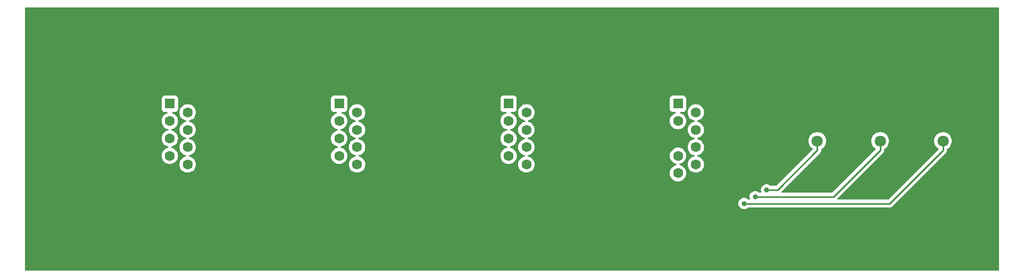
<source format=gbr>
%TF.GenerationSoftware,KiCad,Pcbnew,7.0.10*%
%TF.CreationDate,2024-07-06T13:48:58+02:00*%
%TF.ProjectId,OverlordInterface,4f766572-6c6f-4726-9449-6e7465726661,rev?*%
%TF.SameCoordinates,Original*%
%TF.FileFunction,Copper,L1,Top*%
%TF.FilePolarity,Positive*%
%FSLAX46Y46*%
G04 Gerber Fmt 4.6, Leading zero omitted, Abs format (unit mm)*
G04 Created by KiCad (PCBNEW 7.0.10) date 2024-07-06 13:48:58*
%MOMM*%
%LPD*%
G01*
G04 APERTURE LIST*
%TA.AperFunction,ComponentPad*%
%ADD10R,1.800000X1.800000*%
%TD*%
%TA.AperFunction,ComponentPad*%
%ADD11C,1.800000*%
%TD*%
%TA.AperFunction,ComponentPad*%
%ADD12C,4.000000*%
%TD*%
%TA.AperFunction,ComponentPad*%
%ADD13R,1.600000X1.600000*%
%TD*%
%TA.AperFunction,ComponentPad*%
%ADD14C,1.600000*%
%TD*%
%TA.AperFunction,ViaPad*%
%ADD15C,0.800000*%
%TD*%
%TA.AperFunction,Conductor*%
%ADD16C,0.250000*%
%TD*%
G04 APERTURE END LIST*
D10*
%TO.P,D2,1,K*%
%TO.N,GND*%
X211830000Y-91055000D03*
D11*
%TO.P,D2,2,A*%
%TO.N,STATUS_LED_G*%
X211830000Y-93595000D03*
%TD*%
D10*
%TO.P,D1,1,K*%
%TO.N,GND*%
X221830000Y-91055000D03*
D11*
%TO.P,D1,2,A*%
%TO.N,STATUS_LED_B*%
X221830000Y-93595000D03*
%TD*%
D12*
%TO.P,J5,0,PAD*%
%TO.N,GND*%
X100190000Y-105695000D03*
X100190000Y-80695000D03*
D13*
%TO.P,J5,1,1*%
%TO.N,unconnected-(J5-Pad1)*%
X98770000Y-87655000D03*
D14*
%TO.P,J5,2,2*%
%TO.N,MB_TX_U2*%
X98770000Y-90425000D03*
%TO.P,J5,3,3*%
%TO.N,MB_RX_U2*%
X98770000Y-93195000D03*
%TO.P,J5,4,4*%
%TO.N,unconnected-(J5-Pad4)*%
X98770000Y-95965000D03*
%TO.P,J5,5,5*%
%TO.N,GND*%
X98770000Y-98735000D03*
%TO.P,J5,6,6*%
%TO.N,unconnected-(J5-Pad6)*%
X101610000Y-89040000D03*
%TO.P,J5,7,7*%
%TO.N,unconnected-(J5-Pad7)*%
X101610000Y-91810000D03*
%TO.P,J5,8,8*%
%TO.N,unconnected-(J5-Pad8)*%
X101610000Y-94580000D03*
%TO.P,J5,9,9*%
%TO.N,unconnected-(J5-Pad9)*%
X101610000Y-97350000D03*
%TD*%
D12*
%TO.P,J2,0,PAD*%
%TO.N,GND*%
X181080000Y-105695000D03*
X181080000Y-80695000D03*
D13*
%TO.P,J2,1,1*%
%TO.N,unconnected-(J2-Pad1)*%
X179660000Y-87655000D03*
D14*
%TO.P,J2,2,2*%
%TO.N,CAN_L*%
X179660000Y-90425000D03*
%TO.P,J2,3,3*%
%TO.N,GND*%
X179660000Y-93195000D03*
%TO.P,J2,4,4*%
%TO.N,unconnected-(J2-Pad4)*%
X179660000Y-95965000D03*
%TO.P,J2,5,5*%
%TO.N,unconnected-(J2-Pad5)*%
X179660000Y-98735000D03*
%TO.P,J2,6,6*%
%TO.N,unconnected-(J2-Pad6)*%
X182500000Y-89040000D03*
%TO.P,J2,7,7*%
%TO.N,CAN_H*%
X182500000Y-91810000D03*
%TO.P,J2,8,8*%
%TO.N,unconnected-(J2-Pad8)*%
X182500000Y-94580000D03*
%TO.P,J2,9,9*%
%TO.N,unconnected-(J2-Pad9)*%
X182500000Y-97350000D03*
%TD*%
D12*
%TO.P,J4,0,PAD*%
%TO.N,GND*%
X127153333Y-105695000D03*
X127153333Y-80695000D03*
D13*
%TO.P,J4,1,1*%
%TO.N,unconnected-(J4-Pad1)*%
X125733333Y-87655000D03*
D14*
%TO.P,J4,2,2*%
%TO.N,MB_TX_U1*%
X125733333Y-90425000D03*
%TO.P,J4,3,3*%
%TO.N,MB_RX_U1*%
X125733333Y-93195000D03*
%TO.P,J4,4,4*%
%TO.N,unconnected-(J4-Pad4)*%
X125733333Y-95965000D03*
%TO.P,J4,5,5*%
%TO.N,GND*%
X125733333Y-98735000D03*
%TO.P,J4,6,6*%
%TO.N,unconnected-(J4-Pad6)*%
X128573333Y-89040000D03*
%TO.P,J4,7,7*%
%TO.N,unconnected-(J4-Pad7)*%
X128573333Y-91810000D03*
%TO.P,J4,8,8*%
%TO.N,unconnected-(J4-Pad8)*%
X128573333Y-94580000D03*
%TO.P,J4,9,9*%
%TO.N,unconnected-(J4-Pad9)*%
X128573333Y-97350000D03*
%TD*%
D12*
%TO.P,J3,0,PAD*%
%TO.N,GND*%
X154116666Y-105695000D03*
X154116666Y-80695000D03*
D13*
%TO.P,J3,1,1*%
%TO.N,unconnected-(J3-Pad1)*%
X152696666Y-87655000D03*
D14*
%TO.P,J3,2,2*%
%TO.N,UART_TX_0*%
X152696666Y-90425000D03*
%TO.P,J3,3,3*%
%TO.N,UART_RX_0*%
X152696666Y-93195000D03*
%TO.P,J3,4,4*%
%TO.N,unconnected-(J3-Pad4)*%
X152696666Y-95965000D03*
%TO.P,J3,5,5*%
%TO.N,GND*%
X152696666Y-98735000D03*
%TO.P,J3,6,6*%
%TO.N,unconnected-(J3-Pad6)*%
X155536666Y-89040000D03*
%TO.P,J3,7,7*%
%TO.N,unconnected-(J3-Pad7)*%
X155536666Y-91810000D03*
%TO.P,J3,8,8*%
%TO.N,unconnected-(J3-Pad8)*%
X155536666Y-94580000D03*
%TO.P,J3,9,9*%
%TO.N,unconnected-(J3-Pad9)*%
X155536666Y-97350000D03*
%TD*%
D10*
%TO.P,D3,1,K*%
%TO.N,GND*%
X201830000Y-91055000D03*
D11*
%TO.P,D3,2,A*%
%TO.N,STATUS_LED_R*%
X201830000Y-93595000D03*
%TD*%
D15*
%TO.N,GND*%
X140430000Y-74310000D03*
X115030000Y-74310000D03*
X196310000Y-112410000D03*
X216630000Y-112410000D03*
X211550000Y-112410000D03*
X89630000Y-74310000D03*
X224250000Y-112410000D03*
X229330000Y-84470000D03*
X120110000Y-74310000D03*
X122650000Y-74310000D03*
X94710000Y-74310000D03*
X76930000Y-107330000D03*
X173450000Y-112410000D03*
X130270000Y-74310000D03*
X84550000Y-74310000D03*
X214090000Y-74310000D03*
X125190000Y-112410000D03*
X175990000Y-74310000D03*
X181070000Y-112410000D03*
X150590000Y-74310000D03*
X132810000Y-112410000D03*
X97250000Y-74310000D03*
X186150000Y-112410000D03*
X87090000Y-74310000D03*
X203930000Y-74310000D03*
X198850000Y-74310000D03*
X130270000Y-112410000D03*
X224250000Y-74310000D03*
X107410000Y-112410000D03*
X92170000Y-74310000D03*
X211550000Y-74310000D03*
X137890000Y-112410000D03*
X76930000Y-89550000D03*
X76930000Y-109870000D03*
X206470000Y-112410000D03*
X148050000Y-112410000D03*
X201390000Y-112410000D03*
X163290000Y-112410000D03*
X153130000Y-74310000D03*
X135350000Y-74310000D03*
X82010000Y-112410000D03*
X155670000Y-74310000D03*
X122650000Y-112410000D03*
X226790000Y-112410000D03*
X120110000Y-112410000D03*
X109950000Y-112410000D03*
X142970000Y-74310000D03*
X76930000Y-94630000D03*
X229330000Y-76850000D03*
X229330000Y-79390000D03*
X229330000Y-99710000D03*
X125190000Y-74310000D03*
X229330000Y-109870000D03*
X84550000Y-112410000D03*
X79470000Y-112410000D03*
X97250000Y-112410000D03*
X117570000Y-74310000D03*
X196310000Y-74310000D03*
X160750000Y-74310000D03*
X102330000Y-74310000D03*
X140430000Y-112410000D03*
X158210000Y-112410000D03*
X168370000Y-112410000D03*
X188690000Y-112410000D03*
X229330000Y-97170000D03*
X76930000Y-81930000D03*
X158210000Y-74310000D03*
X76930000Y-79390000D03*
X76930000Y-99710000D03*
X178530000Y-74310000D03*
X181070000Y-74310000D03*
X148050000Y-74310000D03*
X99790000Y-112410000D03*
X214090000Y-112410000D03*
X229330000Y-102250000D03*
X107410000Y-74310000D03*
X76930000Y-97170000D03*
X160750000Y-112410000D03*
X168370000Y-74310000D03*
X115030000Y-112410000D03*
X216630000Y-74310000D03*
X76930000Y-112410000D03*
X165830000Y-112410000D03*
X229330000Y-81930000D03*
X99790000Y-74310000D03*
X76930000Y-74310000D03*
X127730000Y-74310000D03*
X76930000Y-87010000D03*
X186150000Y-74310000D03*
X89630000Y-112410000D03*
X137890000Y-74310000D03*
X117570000Y-112410000D03*
X193770000Y-74310000D03*
X94710000Y-112410000D03*
X229330000Y-104790000D03*
X109950000Y-74310000D03*
X193770000Y-112410000D03*
X76930000Y-84470000D03*
X82010000Y-74310000D03*
X229330000Y-89550000D03*
X229330000Y-94630000D03*
X191230000Y-74310000D03*
X229330000Y-92090000D03*
X76930000Y-104790000D03*
X201390000Y-74310000D03*
X155670000Y-112410000D03*
X209010000Y-112410000D03*
X203930000Y-112410000D03*
X76930000Y-92090000D03*
X127730000Y-112410000D03*
X209010000Y-74310000D03*
X191230000Y-112410000D03*
X229330000Y-112410000D03*
X170910000Y-74310000D03*
X170910000Y-112410000D03*
X198850000Y-112410000D03*
X178530000Y-112410000D03*
X76930000Y-76850000D03*
X79470000Y-74310000D03*
X163290000Y-74310000D03*
X226790000Y-74310000D03*
X112490000Y-112410000D03*
X229330000Y-74310000D03*
X188690000Y-74310000D03*
X173450000Y-74310000D03*
X87090000Y-112410000D03*
X112490000Y-74310000D03*
X145510000Y-74310000D03*
X145510000Y-112410000D03*
X92170000Y-112410000D03*
X165830000Y-74310000D03*
X183610000Y-112410000D03*
X229330000Y-107330000D03*
X150590000Y-112410000D03*
X221710000Y-74310000D03*
X153130000Y-112410000D03*
X175990000Y-112410000D03*
X219170000Y-112410000D03*
X183610000Y-74310000D03*
X76930000Y-102250000D03*
X104870000Y-112410000D03*
X221710000Y-112410000D03*
X104870000Y-74310000D03*
X206470000Y-74310000D03*
X135350000Y-112410000D03*
X229330000Y-87010000D03*
X102330000Y-112410000D03*
X132810000Y-74310000D03*
X219170000Y-74310000D03*
X142970000Y-112410000D03*
%TO.N,STATUS_LED_B*%
X190180000Y-103580000D03*
%TO.N,STATUS_LED_G*%
X191965000Y-102490000D03*
%TO.N,STATUS_LED_R*%
X193750000Y-101400000D03*
%TD*%
D16*
%TO.N,STATUS_LED_B*%
X213325000Y-103580000D02*
X190180000Y-103580000D01*
X221830000Y-95075000D02*
X213325000Y-103580000D01*
X221830000Y-93595000D02*
X221830000Y-95075000D01*
%TO.N,STATUS_LED_G*%
X211830000Y-93595000D02*
X211830000Y-95075000D01*
X211830000Y-95075000D02*
X204415000Y-102490000D01*
X204415000Y-102490000D02*
X192190000Y-102490000D01*
%TO.N,STATUS_LED_R*%
X201830000Y-93595000D02*
X201830000Y-95075000D01*
X195505000Y-101400000D02*
X193750000Y-101400000D01*
X201830000Y-95075000D02*
X195505000Y-101400000D01*
%TD*%
%TA.AperFunction,Conductor*%
%TO.N,GND*%
G36*
X230673098Y-72310185D02*
G01*
X230718853Y-72362989D01*
X230730059Y-72414441D01*
X230749500Y-113240000D01*
X230749500Y-114165500D01*
X230729815Y-114232539D01*
X230677011Y-114278294D01*
X230625500Y-114289500D01*
X223000000Y-114289500D01*
X75874492Y-114280007D01*
X75807454Y-114260318D01*
X75761702Y-114207511D01*
X75750500Y-114156007D01*
X75750500Y-103580000D01*
X189274540Y-103580000D01*
X189294326Y-103768256D01*
X189294327Y-103768259D01*
X189352818Y-103948277D01*
X189352821Y-103948284D01*
X189447467Y-104112216D01*
X189568401Y-104246526D01*
X189574129Y-104252888D01*
X189727265Y-104364148D01*
X189727270Y-104364151D01*
X189900192Y-104441142D01*
X189900197Y-104441144D01*
X190085354Y-104480500D01*
X190085355Y-104480500D01*
X190274644Y-104480500D01*
X190274646Y-104480500D01*
X190459803Y-104441144D01*
X190632730Y-104364151D01*
X190785871Y-104252888D01*
X190788788Y-104249647D01*
X190791600Y-104246526D01*
X190851087Y-104209879D01*
X190883748Y-104205500D01*
X213242257Y-104205500D01*
X213257877Y-104207224D01*
X213257904Y-104206939D01*
X213265660Y-104207671D01*
X213265667Y-104207673D01*
X213332873Y-104205561D01*
X213336768Y-104205500D01*
X213364346Y-104205500D01*
X213364350Y-104205500D01*
X213368324Y-104204997D01*
X213379963Y-104204080D01*
X213423627Y-104202709D01*
X213442869Y-104197117D01*
X213461912Y-104193174D01*
X213481792Y-104190664D01*
X213522401Y-104174585D01*
X213533444Y-104170803D01*
X213575390Y-104158618D01*
X213592629Y-104148422D01*
X213610103Y-104139862D01*
X213628727Y-104132488D01*
X213628727Y-104132487D01*
X213628732Y-104132486D01*
X213664083Y-104106800D01*
X213673814Y-104100408D01*
X213711420Y-104078170D01*
X213725589Y-104063999D01*
X213740379Y-104051368D01*
X213756587Y-104039594D01*
X213784438Y-104005926D01*
X213792279Y-103997309D01*
X222213788Y-95575801D01*
X222226042Y-95565986D01*
X222225859Y-95565764D01*
X222231868Y-95560791D01*
X222231877Y-95560786D01*
X222277949Y-95511722D01*
X222280566Y-95509023D01*
X222300120Y-95489471D01*
X222302576Y-95486303D01*
X222310156Y-95477427D01*
X222340062Y-95445582D01*
X222349713Y-95428024D01*
X222360396Y-95411761D01*
X222372673Y-95395936D01*
X222390021Y-95355844D01*
X222395151Y-95345371D01*
X222416197Y-95307092D01*
X222421180Y-95287680D01*
X222427482Y-95269279D01*
X222435437Y-95250896D01*
X222442270Y-95207748D01*
X222444633Y-95196338D01*
X222455500Y-95154019D01*
X222455500Y-95133983D01*
X222457027Y-95114582D01*
X222460160Y-95094804D01*
X222456050Y-95051324D01*
X222455500Y-95039655D01*
X222455500Y-94922814D01*
X222475185Y-94855775D01*
X222520483Y-94813759D01*
X222533532Y-94806697D01*
X222598626Y-94771470D01*
X222781784Y-94628913D01*
X222938979Y-94458153D01*
X223065924Y-94263849D01*
X223159157Y-94051300D01*
X223216134Y-93826305D01*
X223223214Y-93740861D01*
X223235300Y-93595006D01*
X223235300Y-93594993D01*
X223216135Y-93363702D01*
X223216133Y-93363691D01*
X223159157Y-93138699D01*
X223065924Y-92926151D01*
X222938983Y-92731852D01*
X222938980Y-92731849D01*
X222938979Y-92731847D01*
X222781784Y-92561087D01*
X222781779Y-92561083D01*
X222781777Y-92561081D01*
X222598634Y-92418535D01*
X222598628Y-92418531D01*
X222394504Y-92308064D01*
X222394495Y-92308061D01*
X222174984Y-92232702D01*
X222003282Y-92204050D01*
X221946049Y-92194500D01*
X221713951Y-92194500D01*
X221668164Y-92202140D01*
X221485015Y-92232702D01*
X221265504Y-92308061D01*
X221265495Y-92308064D01*
X221061371Y-92418531D01*
X221061365Y-92418535D01*
X220878222Y-92561081D01*
X220878219Y-92561084D01*
X220721016Y-92731852D01*
X220594075Y-92926151D01*
X220500842Y-93138699D01*
X220443866Y-93363691D01*
X220443864Y-93363702D01*
X220424700Y-93594993D01*
X220424700Y-93595006D01*
X220443864Y-93826297D01*
X220443866Y-93826308D01*
X220500842Y-94051300D01*
X220594075Y-94263848D01*
X220721016Y-94458147D01*
X220721019Y-94458151D01*
X220721021Y-94458153D01*
X220878216Y-94628913D01*
X220969260Y-94699775D01*
X221056037Y-94767316D01*
X221096850Y-94824027D01*
X221100525Y-94893800D01*
X221067556Y-94952851D01*
X213102228Y-102918181D01*
X213040905Y-102951666D01*
X213014547Y-102954500D01*
X205134451Y-102954500D01*
X205067412Y-102934815D01*
X205021657Y-102882011D01*
X205011713Y-102812853D01*
X205040738Y-102749297D01*
X205046770Y-102742819D01*
X208608101Y-99181488D01*
X212213786Y-95575802D01*
X212226048Y-95565980D01*
X212225865Y-95565759D01*
X212231868Y-95560791D01*
X212231877Y-95560786D01*
X212277934Y-95511739D01*
X212280600Y-95508989D01*
X212300120Y-95489470D01*
X212302570Y-95486310D01*
X212310154Y-95477429D01*
X212340062Y-95445582D01*
X212349714Y-95428023D01*
X212360389Y-95411772D01*
X212372674Y-95395936D01*
X212390030Y-95355825D01*
X212395161Y-95345354D01*
X212416194Y-95307098D01*
X212416195Y-95307095D01*
X212416197Y-95307092D01*
X212421180Y-95287680D01*
X212427477Y-95269291D01*
X212435438Y-95250895D01*
X212442270Y-95207748D01*
X212444639Y-95196316D01*
X212455499Y-95154022D01*
X212455500Y-95154017D01*
X212455500Y-95133983D01*
X212457027Y-95114582D01*
X212460160Y-95094804D01*
X212456050Y-95051324D01*
X212455500Y-95039655D01*
X212455500Y-94922814D01*
X212475185Y-94855775D01*
X212520483Y-94813759D01*
X212533532Y-94806697D01*
X212598626Y-94771470D01*
X212781784Y-94628913D01*
X212938979Y-94458153D01*
X213065924Y-94263849D01*
X213159157Y-94051300D01*
X213216134Y-93826305D01*
X213223214Y-93740861D01*
X213235300Y-93595006D01*
X213235300Y-93594993D01*
X213216135Y-93363702D01*
X213216133Y-93363691D01*
X213159157Y-93138699D01*
X213065924Y-92926151D01*
X212938983Y-92731852D01*
X212938980Y-92731849D01*
X212938979Y-92731847D01*
X212781784Y-92561087D01*
X212781779Y-92561083D01*
X212781777Y-92561081D01*
X212598634Y-92418535D01*
X212598628Y-92418531D01*
X212394504Y-92308064D01*
X212394495Y-92308061D01*
X212174984Y-92232702D01*
X212003282Y-92204050D01*
X211946049Y-92194500D01*
X211713951Y-92194500D01*
X211668164Y-92202140D01*
X211485015Y-92232702D01*
X211265504Y-92308061D01*
X211265495Y-92308064D01*
X211061371Y-92418531D01*
X211061365Y-92418535D01*
X210878222Y-92561081D01*
X210878219Y-92561084D01*
X210721016Y-92731852D01*
X210594075Y-92926151D01*
X210500842Y-93138699D01*
X210443866Y-93363691D01*
X210443864Y-93363702D01*
X210424700Y-93594993D01*
X210424700Y-93595006D01*
X210443864Y-93826297D01*
X210443866Y-93826308D01*
X210500842Y-94051300D01*
X210594075Y-94263848D01*
X210721016Y-94458147D01*
X210721019Y-94458151D01*
X210721021Y-94458153D01*
X210878216Y-94628913D01*
X211056039Y-94767317D01*
X211096851Y-94824027D01*
X211100526Y-94893799D01*
X211067557Y-94952851D01*
X204192228Y-101828181D01*
X204130905Y-101861666D01*
X204104547Y-101864500D01*
X196224451Y-101864500D01*
X196157412Y-101844815D01*
X196111657Y-101792011D01*
X196101713Y-101722853D01*
X196130738Y-101659297D01*
X196136770Y-101652819D01*
X199153956Y-98635633D01*
X202213786Y-95575802D01*
X202226048Y-95565980D01*
X202225865Y-95565759D01*
X202231868Y-95560791D01*
X202231877Y-95560786D01*
X202277934Y-95511739D01*
X202280600Y-95508989D01*
X202300120Y-95489470D01*
X202302584Y-95486292D01*
X202310154Y-95477429D01*
X202340062Y-95445582D01*
X202349713Y-95428024D01*
X202360396Y-95411761D01*
X202372673Y-95395936D01*
X202390018Y-95355849D01*
X202395152Y-95345371D01*
X202416197Y-95307092D01*
X202421178Y-95287687D01*
X202427482Y-95269279D01*
X202427485Y-95269272D01*
X202435438Y-95250895D01*
X202442270Y-95207748D01*
X202444639Y-95196316D01*
X202455499Y-95154022D01*
X202455500Y-95154017D01*
X202455500Y-95133983D01*
X202457027Y-95114582D01*
X202460160Y-95094804D01*
X202456050Y-95051324D01*
X202455500Y-95039655D01*
X202455500Y-94922814D01*
X202475185Y-94855775D01*
X202520483Y-94813759D01*
X202533532Y-94806697D01*
X202598626Y-94771470D01*
X202781784Y-94628913D01*
X202938979Y-94458153D01*
X203065924Y-94263849D01*
X203159157Y-94051300D01*
X203216134Y-93826305D01*
X203223214Y-93740861D01*
X203235300Y-93595006D01*
X203235300Y-93594993D01*
X203216135Y-93363702D01*
X203216133Y-93363691D01*
X203159157Y-93138699D01*
X203065924Y-92926151D01*
X202938983Y-92731852D01*
X202938980Y-92731849D01*
X202938979Y-92731847D01*
X202781784Y-92561087D01*
X202781779Y-92561083D01*
X202781777Y-92561081D01*
X202598634Y-92418535D01*
X202598628Y-92418531D01*
X202394504Y-92308064D01*
X202394495Y-92308061D01*
X202174984Y-92232702D01*
X202003282Y-92204050D01*
X201946049Y-92194500D01*
X201713951Y-92194500D01*
X201668164Y-92202140D01*
X201485015Y-92232702D01*
X201265504Y-92308061D01*
X201265495Y-92308064D01*
X201061371Y-92418531D01*
X201061365Y-92418535D01*
X200878222Y-92561081D01*
X200878219Y-92561084D01*
X200721016Y-92731852D01*
X200594075Y-92926151D01*
X200500842Y-93138699D01*
X200443866Y-93363691D01*
X200443864Y-93363702D01*
X200424700Y-93594993D01*
X200424700Y-93595006D01*
X200443864Y-93826297D01*
X200443866Y-93826308D01*
X200500842Y-94051300D01*
X200594075Y-94263848D01*
X200721016Y-94458147D01*
X200721019Y-94458151D01*
X200721021Y-94458153D01*
X200878216Y-94628913D01*
X201056039Y-94767317D01*
X201096851Y-94824027D01*
X201100526Y-94893799D01*
X201067557Y-94952851D01*
X195282228Y-100738181D01*
X195220905Y-100771666D01*
X195194547Y-100774500D01*
X194453748Y-100774500D01*
X194386709Y-100754815D01*
X194361600Y-100733474D01*
X194355873Y-100727114D01*
X194355869Y-100727110D01*
X194202734Y-100615851D01*
X194202729Y-100615848D01*
X194029807Y-100538857D01*
X194029802Y-100538855D01*
X193884001Y-100507865D01*
X193844646Y-100499500D01*
X193655354Y-100499500D01*
X193622897Y-100506398D01*
X193470197Y-100538855D01*
X193470192Y-100538857D01*
X193297270Y-100615848D01*
X193297265Y-100615851D01*
X193144129Y-100727111D01*
X193017466Y-100867785D01*
X192922821Y-101031715D01*
X192922818Y-101031722D01*
X192864327Y-101211740D01*
X192864326Y-101211744D01*
X192844540Y-101400000D01*
X192864326Y-101588256D01*
X192877518Y-101628856D01*
X192901343Y-101702182D01*
X192903338Y-101772023D01*
X192867258Y-101831856D01*
X192804557Y-101862684D01*
X192783412Y-101864500D01*
X192668748Y-101864500D01*
X192601709Y-101844815D01*
X192576600Y-101823474D01*
X192570873Y-101817114D01*
X192570869Y-101817110D01*
X192417734Y-101705851D01*
X192417729Y-101705848D01*
X192244807Y-101628857D01*
X192244802Y-101628855D01*
X192099001Y-101597865D01*
X192059646Y-101589500D01*
X191870354Y-101589500D01*
X191837897Y-101596398D01*
X191685197Y-101628855D01*
X191685192Y-101628857D01*
X191512270Y-101705848D01*
X191512265Y-101705851D01*
X191359129Y-101817111D01*
X191232466Y-101957785D01*
X191137821Y-102121715D01*
X191137818Y-102121722D01*
X191079327Y-102301740D01*
X191079326Y-102301744D01*
X191059540Y-102490000D01*
X191079326Y-102678256D01*
X191092518Y-102718856D01*
X191116343Y-102792182D01*
X191118338Y-102862023D01*
X191082258Y-102921856D01*
X191019557Y-102952684D01*
X190998412Y-102954500D01*
X190883748Y-102954500D01*
X190816709Y-102934815D01*
X190791600Y-102913474D01*
X190785873Y-102907114D01*
X190785869Y-102907110D01*
X190632734Y-102795851D01*
X190632729Y-102795848D01*
X190459807Y-102718857D01*
X190459802Y-102718855D01*
X190314001Y-102687865D01*
X190274646Y-102679500D01*
X190085354Y-102679500D01*
X190052897Y-102686398D01*
X189900197Y-102718855D01*
X189900192Y-102718857D01*
X189727270Y-102795848D01*
X189727265Y-102795851D01*
X189574129Y-102907111D01*
X189447466Y-103047785D01*
X189352821Y-103211715D01*
X189352818Y-103211722D01*
X189294327Y-103391740D01*
X189294326Y-103391744D01*
X189274540Y-103580000D01*
X75750500Y-103580000D01*
X75750500Y-98735001D01*
X178354532Y-98735001D01*
X178374364Y-98961686D01*
X178374366Y-98961697D01*
X178433258Y-99181488D01*
X178433261Y-99181497D01*
X178529431Y-99387732D01*
X178529432Y-99387734D01*
X178659954Y-99574141D01*
X178820858Y-99735045D01*
X178820861Y-99735047D01*
X179007266Y-99865568D01*
X179213504Y-99961739D01*
X179433308Y-100020635D01*
X179595230Y-100034801D01*
X179659998Y-100040468D01*
X179660000Y-100040468D01*
X179660002Y-100040468D01*
X179716673Y-100035509D01*
X179886692Y-100020635D01*
X180106496Y-99961739D01*
X180312734Y-99865568D01*
X180499139Y-99735047D01*
X180660047Y-99574139D01*
X180790568Y-99387734D01*
X180886739Y-99181496D01*
X180945635Y-98961692D01*
X180965468Y-98735000D01*
X180945635Y-98508308D01*
X180886739Y-98288504D01*
X180790568Y-98082266D01*
X180660047Y-97895861D01*
X180660045Y-97895858D01*
X180499141Y-97734954D01*
X180312734Y-97604432D01*
X180312732Y-97604431D01*
X180106497Y-97508261D01*
X180106488Y-97508258D01*
X179983966Y-97475429D01*
X179962862Y-97469774D01*
X179903202Y-97433410D01*
X179872673Y-97370563D01*
X179875132Y-97350001D01*
X181194532Y-97350001D01*
X181214364Y-97576686D01*
X181214366Y-97576697D01*
X181273258Y-97796488D01*
X181273261Y-97796497D01*
X181369431Y-98002732D01*
X181369432Y-98002734D01*
X181499954Y-98189141D01*
X181660858Y-98350045D01*
X181660861Y-98350047D01*
X181847266Y-98480568D01*
X182053504Y-98576739D01*
X182273308Y-98635635D01*
X182435230Y-98649801D01*
X182499998Y-98655468D01*
X182500000Y-98655468D01*
X182500002Y-98655468D01*
X182556673Y-98650509D01*
X182726692Y-98635635D01*
X182946496Y-98576739D01*
X183152734Y-98480568D01*
X183339139Y-98350047D01*
X183500047Y-98189139D01*
X183630568Y-98002734D01*
X183726739Y-97796496D01*
X183785635Y-97576692D01*
X183805468Y-97350000D01*
X183801197Y-97301188D01*
X183796775Y-97250635D01*
X183785635Y-97123308D01*
X183726739Y-96903504D01*
X183630568Y-96697266D01*
X183500047Y-96510861D01*
X183500045Y-96510858D01*
X183339141Y-96349954D01*
X183152734Y-96219432D01*
X183152732Y-96219431D01*
X182946497Y-96123261D01*
X182946488Y-96123258D01*
X182823966Y-96090429D01*
X182802862Y-96084774D01*
X182743202Y-96048410D01*
X182712673Y-95985563D01*
X182720968Y-95916188D01*
X182765453Y-95862310D01*
X182802862Y-95845225D01*
X182946496Y-95806739D01*
X183152734Y-95710568D01*
X183339139Y-95580047D01*
X183500047Y-95419139D01*
X183630568Y-95232734D01*
X183726739Y-95026496D01*
X183785635Y-94806692D01*
X183805468Y-94580000D01*
X183801197Y-94531188D01*
X183785635Y-94353313D01*
X183785635Y-94353308D01*
X183726739Y-94133504D01*
X183630568Y-93927266D01*
X183500047Y-93740861D01*
X183500045Y-93740858D01*
X183339141Y-93579954D01*
X183152734Y-93449432D01*
X183152732Y-93449431D01*
X182946497Y-93353261D01*
X182946488Y-93353258D01*
X182823966Y-93320429D01*
X182802862Y-93314774D01*
X182743202Y-93278410D01*
X182712673Y-93215563D01*
X182720968Y-93146188D01*
X182765453Y-93092310D01*
X182802862Y-93075225D01*
X182946496Y-93036739D01*
X183152734Y-92940568D01*
X183339139Y-92810047D01*
X183500047Y-92649139D01*
X183630568Y-92462734D01*
X183726739Y-92256496D01*
X183785635Y-92036692D01*
X183805468Y-91810000D01*
X183801197Y-91761188D01*
X183796775Y-91710635D01*
X183785635Y-91583308D01*
X183726739Y-91363504D01*
X183630568Y-91157266D01*
X183500047Y-90970861D01*
X183500045Y-90970858D01*
X183339141Y-90809954D01*
X183152734Y-90679432D01*
X183152732Y-90679431D01*
X182946497Y-90583261D01*
X182946488Y-90583258D01*
X182823966Y-90550429D01*
X182802862Y-90544774D01*
X182743202Y-90508410D01*
X182712673Y-90445563D01*
X182720968Y-90376188D01*
X182765453Y-90322310D01*
X182802862Y-90305225D01*
X182946496Y-90266739D01*
X183152734Y-90170568D01*
X183339139Y-90040047D01*
X183500047Y-89879139D01*
X183630568Y-89692734D01*
X183726739Y-89486496D01*
X183785635Y-89266692D01*
X183805468Y-89040000D01*
X183785635Y-88813308D01*
X183726739Y-88593504D01*
X183630568Y-88387266D01*
X183500047Y-88200861D01*
X183500045Y-88200858D01*
X183339141Y-88039954D01*
X183152734Y-87909432D01*
X183152732Y-87909431D01*
X182946497Y-87813261D01*
X182946488Y-87813258D01*
X182726697Y-87754366D01*
X182726693Y-87754365D01*
X182726692Y-87754365D01*
X182726691Y-87754364D01*
X182726686Y-87754364D01*
X182500002Y-87734532D01*
X182499998Y-87734532D01*
X182273313Y-87754364D01*
X182273302Y-87754366D01*
X182053511Y-87813258D01*
X182053502Y-87813261D01*
X181847267Y-87909431D01*
X181847265Y-87909432D01*
X181660858Y-88039954D01*
X181499954Y-88200858D01*
X181369432Y-88387265D01*
X181369431Y-88387267D01*
X181273261Y-88593502D01*
X181273258Y-88593511D01*
X181214366Y-88813302D01*
X181214364Y-88813313D01*
X181194532Y-89039998D01*
X181194532Y-89040001D01*
X181214364Y-89266686D01*
X181214366Y-89266697D01*
X181273258Y-89486488D01*
X181273261Y-89486497D01*
X181369431Y-89692732D01*
X181369432Y-89692734D01*
X181499954Y-89879141D01*
X181660858Y-90040045D01*
X181660861Y-90040047D01*
X181847266Y-90170568D01*
X182053504Y-90266739D01*
X182053509Y-90266740D01*
X182053511Y-90266741D01*
X182197136Y-90305225D01*
X182256797Y-90341590D01*
X182287326Y-90404437D01*
X182279031Y-90473812D01*
X182234546Y-90527690D01*
X182197136Y-90544775D01*
X182053511Y-90583258D01*
X182053502Y-90583261D01*
X181847267Y-90679431D01*
X181847265Y-90679432D01*
X181660858Y-90809954D01*
X181499954Y-90970858D01*
X181369432Y-91157265D01*
X181369431Y-91157267D01*
X181273261Y-91363502D01*
X181273258Y-91363511D01*
X181214366Y-91583302D01*
X181214364Y-91583313D01*
X181194532Y-91809998D01*
X181194532Y-91810001D01*
X181214364Y-92036686D01*
X181214366Y-92036697D01*
X181273258Y-92256488D01*
X181273261Y-92256497D01*
X181369431Y-92462732D01*
X181369432Y-92462734D01*
X181499954Y-92649141D01*
X181660858Y-92810045D01*
X181660861Y-92810047D01*
X181847266Y-92940568D01*
X182053504Y-93036739D01*
X182053509Y-93036740D01*
X182053511Y-93036741D01*
X182197136Y-93075225D01*
X182256797Y-93111590D01*
X182287326Y-93174437D01*
X182279031Y-93243812D01*
X182234546Y-93297690D01*
X182197136Y-93314775D01*
X182053511Y-93353258D01*
X182053502Y-93353261D01*
X181847267Y-93449431D01*
X181847265Y-93449432D01*
X181660858Y-93579954D01*
X181499954Y-93740858D01*
X181369432Y-93927265D01*
X181369431Y-93927267D01*
X181273261Y-94133502D01*
X181273258Y-94133511D01*
X181214366Y-94353302D01*
X181214364Y-94353313D01*
X181194532Y-94579998D01*
X181194532Y-94580001D01*
X181214364Y-94806686D01*
X181214366Y-94806697D01*
X181273258Y-95026488D01*
X181273261Y-95026497D01*
X181369431Y-95232732D01*
X181369432Y-95232734D01*
X181499954Y-95419141D01*
X181660858Y-95580045D01*
X181660861Y-95580047D01*
X181847266Y-95710568D01*
X182053504Y-95806739D01*
X182053509Y-95806740D01*
X182053511Y-95806741D01*
X182197136Y-95845225D01*
X182256797Y-95881590D01*
X182287326Y-95944437D01*
X182279031Y-96013812D01*
X182234546Y-96067690D01*
X182197136Y-96084775D01*
X182053511Y-96123258D01*
X182053502Y-96123261D01*
X181847267Y-96219431D01*
X181847265Y-96219432D01*
X181660858Y-96349954D01*
X181499954Y-96510858D01*
X181369432Y-96697265D01*
X181369431Y-96697267D01*
X181273261Y-96903502D01*
X181273258Y-96903511D01*
X181214366Y-97123302D01*
X181214364Y-97123313D01*
X181194532Y-97349998D01*
X181194532Y-97350001D01*
X179875132Y-97350001D01*
X179880968Y-97301188D01*
X179925453Y-97247310D01*
X179962862Y-97230225D01*
X180106496Y-97191739D01*
X180312734Y-97095568D01*
X180499139Y-96965047D01*
X180660047Y-96804139D01*
X180790568Y-96617734D01*
X180886739Y-96411496D01*
X180945635Y-96191692D01*
X180965468Y-95965000D01*
X180961197Y-95916188D01*
X180945635Y-95738313D01*
X180945635Y-95738308D01*
X180886739Y-95518504D01*
X180790568Y-95312266D01*
X180660047Y-95125861D01*
X180660045Y-95125858D01*
X180499141Y-94964954D01*
X180312734Y-94834432D01*
X180312732Y-94834431D01*
X180106497Y-94738261D01*
X180106488Y-94738258D01*
X179886697Y-94679366D01*
X179886693Y-94679365D01*
X179886692Y-94679365D01*
X179886691Y-94679364D01*
X179886686Y-94679364D01*
X179660002Y-94659532D01*
X179659998Y-94659532D01*
X179433313Y-94679364D01*
X179433302Y-94679366D01*
X179213511Y-94738258D01*
X179213502Y-94738261D01*
X179007267Y-94834431D01*
X179007265Y-94834432D01*
X178820858Y-94964954D01*
X178659954Y-95125858D01*
X178529432Y-95312265D01*
X178529431Y-95312267D01*
X178433261Y-95518502D01*
X178433258Y-95518511D01*
X178374366Y-95738302D01*
X178374364Y-95738313D01*
X178354532Y-95964998D01*
X178354532Y-95965001D01*
X178374364Y-96191686D01*
X178374366Y-96191697D01*
X178433258Y-96411488D01*
X178433261Y-96411497D01*
X178529431Y-96617732D01*
X178529432Y-96617734D01*
X178659954Y-96804141D01*
X178820858Y-96965045D01*
X178820861Y-96965047D01*
X179007266Y-97095568D01*
X179213504Y-97191739D01*
X179213509Y-97191740D01*
X179213511Y-97191741D01*
X179357136Y-97230225D01*
X179416797Y-97266590D01*
X179447326Y-97329437D01*
X179439031Y-97398812D01*
X179394546Y-97452690D01*
X179357136Y-97469775D01*
X179213511Y-97508258D01*
X179213502Y-97508261D01*
X179007267Y-97604431D01*
X179007265Y-97604432D01*
X178820858Y-97734954D01*
X178659954Y-97895858D01*
X178529432Y-98082265D01*
X178529431Y-98082267D01*
X178433261Y-98288502D01*
X178433258Y-98288511D01*
X178374366Y-98508302D01*
X178374364Y-98508313D01*
X178354532Y-98734998D01*
X178354532Y-98735001D01*
X75750500Y-98735001D01*
X75750500Y-97350001D01*
X100304532Y-97350001D01*
X100324364Y-97576686D01*
X100324366Y-97576697D01*
X100383258Y-97796488D01*
X100383261Y-97796497D01*
X100479431Y-98002732D01*
X100479432Y-98002734D01*
X100609954Y-98189141D01*
X100770858Y-98350045D01*
X100770861Y-98350047D01*
X100957266Y-98480568D01*
X101163504Y-98576739D01*
X101383308Y-98635635D01*
X101545230Y-98649801D01*
X101609998Y-98655468D01*
X101610000Y-98655468D01*
X101610002Y-98655468D01*
X101666673Y-98650509D01*
X101836692Y-98635635D01*
X102056496Y-98576739D01*
X102262734Y-98480568D01*
X102449139Y-98350047D01*
X102610047Y-98189139D01*
X102740568Y-98002734D01*
X102836739Y-97796496D01*
X102895635Y-97576692D01*
X102915468Y-97350001D01*
X127267865Y-97350001D01*
X127287697Y-97576686D01*
X127287699Y-97576697D01*
X127346591Y-97796488D01*
X127346594Y-97796497D01*
X127442764Y-98002732D01*
X127442765Y-98002734D01*
X127573287Y-98189141D01*
X127734191Y-98350045D01*
X127734194Y-98350047D01*
X127920599Y-98480568D01*
X128126837Y-98576739D01*
X128346641Y-98635635D01*
X128508563Y-98649801D01*
X128573331Y-98655468D01*
X128573333Y-98655468D01*
X128573335Y-98655468D01*
X128630006Y-98650509D01*
X128800025Y-98635635D01*
X129019829Y-98576739D01*
X129226067Y-98480568D01*
X129412472Y-98350047D01*
X129573380Y-98189139D01*
X129703901Y-98002734D01*
X129800072Y-97796496D01*
X129858968Y-97576692D01*
X129878801Y-97350001D01*
X154231198Y-97350001D01*
X154251030Y-97576686D01*
X154251032Y-97576697D01*
X154309924Y-97796488D01*
X154309927Y-97796497D01*
X154406097Y-98002732D01*
X154406098Y-98002734D01*
X154536620Y-98189141D01*
X154697524Y-98350045D01*
X154697527Y-98350047D01*
X154883932Y-98480568D01*
X155090170Y-98576739D01*
X155309974Y-98635635D01*
X155471896Y-98649801D01*
X155536664Y-98655468D01*
X155536666Y-98655468D01*
X155536668Y-98655468D01*
X155593339Y-98650509D01*
X155763358Y-98635635D01*
X155983162Y-98576739D01*
X156189400Y-98480568D01*
X156375805Y-98350047D01*
X156536713Y-98189139D01*
X156667234Y-98002734D01*
X156763405Y-97796496D01*
X156822301Y-97576692D01*
X156842134Y-97350000D01*
X156837863Y-97301188D01*
X156833441Y-97250635D01*
X156822301Y-97123308D01*
X156763405Y-96903504D01*
X156667234Y-96697266D01*
X156536713Y-96510861D01*
X156536711Y-96510858D01*
X156375807Y-96349954D01*
X156189400Y-96219432D01*
X156189398Y-96219431D01*
X155983163Y-96123261D01*
X155983154Y-96123258D01*
X155860632Y-96090429D01*
X155839528Y-96084774D01*
X155779868Y-96048410D01*
X155749339Y-95985563D01*
X155757634Y-95916188D01*
X155802119Y-95862310D01*
X155839528Y-95845225D01*
X155983162Y-95806739D01*
X156189400Y-95710568D01*
X156375805Y-95580047D01*
X156536713Y-95419139D01*
X156667234Y-95232734D01*
X156763405Y-95026496D01*
X156822301Y-94806692D01*
X156842134Y-94580000D01*
X156837863Y-94531188D01*
X156822301Y-94353313D01*
X156822301Y-94353308D01*
X156763405Y-94133504D01*
X156667234Y-93927266D01*
X156536713Y-93740861D01*
X156536711Y-93740858D01*
X156375807Y-93579954D01*
X156189400Y-93449432D01*
X156189398Y-93449431D01*
X155983163Y-93353261D01*
X155983154Y-93353258D01*
X155860632Y-93320429D01*
X155839528Y-93314774D01*
X155779868Y-93278410D01*
X155749339Y-93215563D01*
X155757634Y-93146188D01*
X155802119Y-93092310D01*
X155839528Y-93075225D01*
X155983162Y-93036739D01*
X156189400Y-92940568D01*
X156375805Y-92810047D01*
X156536713Y-92649139D01*
X156667234Y-92462734D01*
X156763405Y-92256496D01*
X156822301Y-92036692D01*
X156842134Y-91810000D01*
X156837863Y-91761188D01*
X156833441Y-91710635D01*
X156822301Y-91583308D01*
X156763405Y-91363504D01*
X156667234Y-91157266D01*
X156536713Y-90970861D01*
X156536711Y-90970858D01*
X156375807Y-90809954D01*
X156189400Y-90679432D01*
X156189398Y-90679431D01*
X155983163Y-90583261D01*
X155983154Y-90583258D01*
X155860632Y-90550429D01*
X155839528Y-90544774D01*
X155779868Y-90508410D01*
X155749339Y-90445563D01*
X155751798Y-90425001D01*
X178354532Y-90425001D01*
X178374364Y-90651686D01*
X178374366Y-90651697D01*
X178433258Y-90871488D01*
X178433261Y-90871497D01*
X178529431Y-91077732D01*
X178529432Y-91077734D01*
X178659954Y-91264141D01*
X178820858Y-91425045D01*
X178820861Y-91425047D01*
X179007266Y-91555568D01*
X179213504Y-91651739D01*
X179433308Y-91710635D01*
X179595230Y-91724801D01*
X179659998Y-91730468D01*
X179660000Y-91730468D01*
X179660002Y-91730468D01*
X179716673Y-91725509D01*
X179886692Y-91710635D01*
X180106496Y-91651739D01*
X180312734Y-91555568D01*
X180499139Y-91425047D01*
X180660047Y-91264139D01*
X180790568Y-91077734D01*
X180886739Y-90871496D01*
X180945635Y-90651692D01*
X180965468Y-90425000D01*
X180961197Y-90376188D01*
X180945635Y-90198313D01*
X180945635Y-90198308D01*
X180886739Y-89978504D01*
X180790568Y-89772266D01*
X180660047Y-89585861D01*
X180660045Y-89585858D01*
X180499141Y-89424954D01*
X180312734Y-89294432D01*
X180312732Y-89294431D01*
X180106497Y-89198261D01*
X180101402Y-89196407D01*
X180102159Y-89194325D01*
X180050617Y-89162908D01*
X180020088Y-89100061D01*
X180028383Y-89030686D01*
X180072869Y-88976808D01*
X180139421Y-88955534D01*
X180142352Y-88955499D01*
X180507872Y-88955499D01*
X180567483Y-88949091D01*
X180702331Y-88898796D01*
X180817546Y-88812546D01*
X180903796Y-88697331D01*
X180954091Y-88562483D01*
X180960500Y-88502873D01*
X180960499Y-86807128D01*
X180954091Y-86747517D01*
X180903796Y-86612669D01*
X180903795Y-86612668D01*
X180903793Y-86612664D01*
X180817547Y-86497455D01*
X180817544Y-86497452D01*
X180702335Y-86411206D01*
X180702328Y-86411202D01*
X180567482Y-86360908D01*
X180567483Y-86360908D01*
X180507883Y-86354501D01*
X180507881Y-86354500D01*
X180507873Y-86354500D01*
X180507864Y-86354500D01*
X178812129Y-86354500D01*
X178812123Y-86354501D01*
X178752516Y-86360908D01*
X178617671Y-86411202D01*
X178617664Y-86411206D01*
X178502455Y-86497452D01*
X178502452Y-86497455D01*
X178416206Y-86612664D01*
X178416202Y-86612671D01*
X178365908Y-86747517D01*
X178359501Y-86807116D01*
X178359501Y-86807123D01*
X178359500Y-86807135D01*
X178359500Y-88502870D01*
X178359501Y-88502876D01*
X178365908Y-88562483D01*
X178416202Y-88697328D01*
X178416206Y-88697335D01*
X178502452Y-88812544D01*
X178502455Y-88812547D01*
X178617664Y-88898793D01*
X178617671Y-88898797D01*
X178752517Y-88949091D01*
X178752516Y-88949091D01*
X178759444Y-88949835D01*
X178812127Y-88955500D01*
X179177628Y-88955499D01*
X179244665Y-88975183D01*
X179290420Y-89027987D01*
X179300364Y-89097146D01*
X179271339Y-89160701D01*
X179218063Y-89194939D01*
X179218598Y-89196407D01*
X179213502Y-89198261D01*
X179007267Y-89294431D01*
X179007265Y-89294432D01*
X178820858Y-89424954D01*
X178659954Y-89585858D01*
X178529432Y-89772265D01*
X178529431Y-89772267D01*
X178433261Y-89978502D01*
X178433258Y-89978511D01*
X178374366Y-90198302D01*
X178374364Y-90198313D01*
X178354532Y-90424998D01*
X178354532Y-90425001D01*
X155751798Y-90425001D01*
X155757634Y-90376188D01*
X155802119Y-90322310D01*
X155839528Y-90305225D01*
X155983162Y-90266739D01*
X156189400Y-90170568D01*
X156375805Y-90040047D01*
X156536713Y-89879139D01*
X156667234Y-89692734D01*
X156763405Y-89486496D01*
X156822301Y-89266692D01*
X156842134Y-89040000D01*
X156822301Y-88813308D01*
X156763405Y-88593504D01*
X156667234Y-88387266D01*
X156536713Y-88200861D01*
X156536711Y-88200858D01*
X156375807Y-88039954D01*
X156189400Y-87909432D01*
X156189398Y-87909431D01*
X155983163Y-87813261D01*
X155983154Y-87813258D01*
X155763363Y-87754366D01*
X155763359Y-87754365D01*
X155763358Y-87754365D01*
X155763357Y-87754364D01*
X155763352Y-87754364D01*
X155536668Y-87734532D01*
X155536664Y-87734532D01*
X155309979Y-87754364D01*
X155309968Y-87754366D01*
X155090177Y-87813258D01*
X155090168Y-87813261D01*
X154883933Y-87909431D01*
X154883931Y-87909432D01*
X154697524Y-88039954D01*
X154536620Y-88200858D01*
X154406098Y-88387265D01*
X154406097Y-88387267D01*
X154309927Y-88593502D01*
X154309924Y-88593511D01*
X154251032Y-88813302D01*
X154251030Y-88813313D01*
X154231198Y-89039998D01*
X154231198Y-89040001D01*
X154251030Y-89266686D01*
X154251032Y-89266697D01*
X154309924Y-89486488D01*
X154309927Y-89486497D01*
X154406097Y-89692732D01*
X154406098Y-89692734D01*
X154536620Y-89879141D01*
X154697524Y-90040045D01*
X154697527Y-90040047D01*
X154883932Y-90170568D01*
X155090170Y-90266739D01*
X155090175Y-90266740D01*
X155090177Y-90266741D01*
X155233802Y-90305225D01*
X155293463Y-90341590D01*
X155323992Y-90404437D01*
X155315697Y-90473812D01*
X155271212Y-90527690D01*
X155233802Y-90544775D01*
X155090177Y-90583258D01*
X155090168Y-90583261D01*
X154883933Y-90679431D01*
X154883931Y-90679432D01*
X154697524Y-90809954D01*
X154536620Y-90970858D01*
X154406098Y-91157265D01*
X154406097Y-91157267D01*
X154309927Y-91363502D01*
X154309924Y-91363511D01*
X154251032Y-91583302D01*
X154251030Y-91583313D01*
X154231198Y-91809998D01*
X154231198Y-91810001D01*
X154251030Y-92036686D01*
X154251032Y-92036697D01*
X154309924Y-92256488D01*
X154309927Y-92256497D01*
X154406097Y-92462732D01*
X154406098Y-92462734D01*
X154536620Y-92649141D01*
X154697524Y-92810045D01*
X154697527Y-92810047D01*
X154883932Y-92940568D01*
X155090170Y-93036739D01*
X155090175Y-93036740D01*
X155090177Y-93036741D01*
X155233802Y-93075225D01*
X155293463Y-93111590D01*
X155323992Y-93174437D01*
X155315697Y-93243812D01*
X155271212Y-93297690D01*
X155233802Y-93314775D01*
X155090177Y-93353258D01*
X155090168Y-93353261D01*
X154883933Y-93449431D01*
X154883931Y-93449432D01*
X154697524Y-93579954D01*
X154536620Y-93740858D01*
X154406098Y-93927265D01*
X154406097Y-93927267D01*
X154309927Y-94133502D01*
X154309924Y-94133511D01*
X154251032Y-94353302D01*
X154251030Y-94353313D01*
X154231198Y-94579998D01*
X154231198Y-94580001D01*
X154251030Y-94806686D01*
X154251032Y-94806697D01*
X154309924Y-95026488D01*
X154309927Y-95026497D01*
X154406097Y-95232732D01*
X154406098Y-95232734D01*
X154536620Y-95419141D01*
X154697524Y-95580045D01*
X154697527Y-95580047D01*
X154883932Y-95710568D01*
X155090170Y-95806739D01*
X155090175Y-95806740D01*
X155090177Y-95806741D01*
X155233802Y-95845225D01*
X155293463Y-95881590D01*
X155323992Y-95944437D01*
X155315697Y-96013812D01*
X155271212Y-96067690D01*
X155233802Y-96084775D01*
X155090177Y-96123258D01*
X155090168Y-96123261D01*
X154883933Y-96219431D01*
X154883931Y-96219432D01*
X154697524Y-96349954D01*
X154536620Y-96510858D01*
X154406098Y-96697265D01*
X154406097Y-96697267D01*
X154309927Y-96903502D01*
X154309924Y-96903511D01*
X154251032Y-97123302D01*
X154251030Y-97123313D01*
X154231198Y-97349998D01*
X154231198Y-97350001D01*
X129878801Y-97350001D01*
X129878801Y-97350000D01*
X129874530Y-97301188D01*
X129870108Y-97250635D01*
X129858968Y-97123308D01*
X129800072Y-96903504D01*
X129703901Y-96697266D01*
X129573380Y-96510861D01*
X129573378Y-96510858D01*
X129412474Y-96349954D01*
X129226067Y-96219432D01*
X129226065Y-96219431D01*
X129019830Y-96123261D01*
X129019821Y-96123258D01*
X128897299Y-96090429D01*
X128876195Y-96084774D01*
X128816535Y-96048410D01*
X128786006Y-95985563D01*
X128788465Y-95965001D01*
X151391198Y-95965001D01*
X151411030Y-96191686D01*
X151411032Y-96191697D01*
X151469924Y-96411488D01*
X151469927Y-96411497D01*
X151566097Y-96617732D01*
X151566098Y-96617734D01*
X151696620Y-96804141D01*
X151857524Y-96965045D01*
X151857527Y-96965047D01*
X152043932Y-97095568D01*
X152250170Y-97191739D01*
X152469974Y-97250635D01*
X152631896Y-97264801D01*
X152696664Y-97270468D01*
X152696666Y-97270468D01*
X152696668Y-97270468D01*
X152753339Y-97265509D01*
X152923358Y-97250635D01*
X153143162Y-97191739D01*
X153349400Y-97095568D01*
X153535805Y-96965047D01*
X153696713Y-96804139D01*
X153827234Y-96617734D01*
X153923405Y-96411496D01*
X153982301Y-96191692D01*
X154002134Y-95965000D01*
X153997863Y-95916188D01*
X153982301Y-95738313D01*
X153982301Y-95738308D01*
X153923405Y-95518504D01*
X153827234Y-95312266D01*
X153696713Y-95125861D01*
X153696711Y-95125858D01*
X153535807Y-94964954D01*
X153349400Y-94834432D01*
X153349398Y-94834431D01*
X153143163Y-94738261D01*
X153143154Y-94738258D01*
X153020632Y-94705429D01*
X152999528Y-94699774D01*
X152939868Y-94663410D01*
X152909339Y-94600563D01*
X152917634Y-94531188D01*
X152962119Y-94477310D01*
X152999528Y-94460225D01*
X153143162Y-94421739D01*
X153349400Y-94325568D01*
X153535805Y-94195047D01*
X153696713Y-94034139D01*
X153827234Y-93847734D01*
X153923405Y-93641496D01*
X153982301Y-93421692D01*
X154002134Y-93195000D01*
X153997863Y-93146188D01*
X153982301Y-92968313D01*
X153982301Y-92968308D01*
X153923405Y-92748504D01*
X153827234Y-92542266D01*
X153696713Y-92355861D01*
X153696711Y-92355858D01*
X153535807Y-92194954D01*
X153349400Y-92064432D01*
X153349398Y-92064431D01*
X153143163Y-91968261D01*
X153143154Y-91968258D01*
X153020632Y-91935429D01*
X152999528Y-91929774D01*
X152939868Y-91893410D01*
X152909339Y-91830563D01*
X152917634Y-91761188D01*
X152962119Y-91707310D01*
X152999528Y-91690225D01*
X153143162Y-91651739D01*
X153349400Y-91555568D01*
X153535805Y-91425047D01*
X153696713Y-91264139D01*
X153827234Y-91077734D01*
X153923405Y-90871496D01*
X153982301Y-90651692D01*
X154002134Y-90425000D01*
X153997863Y-90376188D01*
X153982301Y-90198313D01*
X153982301Y-90198308D01*
X153923405Y-89978504D01*
X153827234Y-89772266D01*
X153696713Y-89585861D01*
X153696711Y-89585858D01*
X153535807Y-89424954D01*
X153349400Y-89294432D01*
X153349398Y-89294431D01*
X153143163Y-89198261D01*
X153138068Y-89196407D01*
X153138825Y-89194325D01*
X153087283Y-89162908D01*
X153056754Y-89100061D01*
X153065049Y-89030686D01*
X153109535Y-88976808D01*
X153176087Y-88955534D01*
X153179018Y-88955499D01*
X153544538Y-88955499D01*
X153604149Y-88949091D01*
X153738997Y-88898796D01*
X153854212Y-88812546D01*
X153940462Y-88697331D01*
X153990757Y-88562483D01*
X153997166Y-88502873D01*
X153997165Y-86807128D01*
X153990757Y-86747517D01*
X153940462Y-86612669D01*
X153940461Y-86612668D01*
X153940459Y-86612664D01*
X153854213Y-86497455D01*
X153854210Y-86497452D01*
X153739001Y-86411206D01*
X153738994Y-86411202D01*
X153604148Y-86360908D01*
X153604149Y-86360908D01*
X153544549Y-86354501D01*
X153544547Y-86354500D01*
X153544539Y-86354500D01*
X153544530Y-86354500D01*
X151848795Y-86354500D01*
X151848789Y-86354501D01*
X151789182Y-86360908D01*
X151654337Y-86411202D01*
X151654330Y-86411206D01*
X151539121Y-86497452D01*
X151539118Y-86497455D01*
X151452872Y-86612664D01*
X151452868Y-86612671D01*
X151402574Y-86747517D01*
X151396167Y-86807116D01*
X151396167Y-86807123D01*
X151396166Y-86807135D01*
X151396166Y-88502870D01*
X151396167Y-88502876D01*
X151402574Y-88562483D01*
X151452868Y-88697328D01*
X151452872Y-88697335D01*
X151539118Y-88812544D01*
X151539121Y-88812547D01*
X151654330Y-88898793D01*
X151654337Y-88898797D01*
X151789183Y-88949091D01*
X151789182Y-88949091D01*
X151796110Y-88949835D01*
X151848793Y-88955500D01*
X152214294Y-88955499D01*
X152281331Y-88975183D01*
X152327086Y-89027987D01*
X152337030Y-89097146D01*
X152308005Y-89160701D01*
X152254729Y-89194939D01*
X152255264Y-89196407D01*
X152250168Y-89198261D01*
X152043933Y-89294431D01*
X152043931Y-89294432D01*
X151857524Y-89424954D01*
X151696620Y-89585858D01*
X151566098Y-89772265D01*
X151566097Y-89772267D01*
X151469927Y-89978502D01*
X151469924Y-89978511D01*
X151411032Y-90198302D01*
X151411030Y-90198313D01*
X151391198Y-90424998D01*
X151391198Y-90425001D01*
X151411030Y-90651686D01*
X151411032Y-90651697D01*
X151469924Y-90871488D01*
X151469927Y-90871497D01*
X151566097Y-91077732D01*
X151566098Y-91077734D01*
X151696620Y-91264141D01*
X151857524Y-91425045D01*
X151857527Y-91425047D01*
X152043932Y-91555568D01*
X152250170Y-91651739D01*
X152250175Y-91651740D01*
X152250177Y-91651741D01*
X152393802Y-91690225D01*
X152453463Y-91726590D01*
X152483992Y-91789437D01*
X152475697Y-91858812D01*
X152431212Y-91912690D01*
X152393802Y-91929775D01*
X152250177Y-91968258D01*
X152250168Y-91968261D01*
X152043933Y-92064431D01*
X152043931Y-92064432D01*
X151857524Y-92194954D01*
X151696620Y-92355858D01*
X151566098Y-92542265D01*
X151566097Y-92542267D01*
X151469927Y-92748502D01*
X151469924Y-92748511D01*
X151411032Y-92968302D01*
X151411030Y-92968313D01*
X151391198Y-93194998D01*
X151391198Y-93195001D01*
X151411030Y-93421686D01*
X151411032Y-93421697D01*
X151469924Y-93641488D01*
X151469927Y-93641497D01*
X151566097Y-93847732D01*
X151566098Y-93847734D01*
X151696620Y-94034141D01*
X151857524Y-94195045D01*
X151857527Y-94195047D01*
X152043932Y-94325568D01*
X152250170Y-94421739D01*
X152250175Y-94421740D01*
X152250177Y-94421741D01*
X152393802Y-94460225D01*
X152453463Y-94496590D01*
X152483992Y-94559437D01*
X152475697Y-94628812D01*
X152431212Y-94682690D01*
X152393802Y-94699775D01*
X152250177Y-94738258D01*
X152250168Y-94738261D01*
X152043933Y-94834431D01*
X152043931Y-94834432D01*
X151857524Y-94964954D01*
X151696620Y-95125858D01*
X151566098Y-95312265D01*
X151566097Y-95312267D01*
X151469927Y-95518502D01*
X151469924Y-95518511D01*
X151411032Y-95738302D01*
X151411030Y-95738313D01*
X151391198Y-95964998D01*
X151391198Y-95965001D01*
X128788465Y-95965001D01*
X128794301Y-95916188D01*
X128838786Y-95862310D01*
X128876195Y-95845225D01*
X129019829Y-95806739D01*
X129226067Y-95710568D01*
X129412472Y-95580047D01*
X129573380Y-95419139D01*
X129703901Y-95232734D01*
X129800072Y-95026496D01*
X129858968Y-94806692D01*
X129878801Y-94580000D01*
X129874530Y-94531188D01*
X129858968Y-94353313D01*
X129858968Y-94353308D01*
X129800072Y-94133504D01*
X129703901Y-93927266D01*
X129573380Y-93740861D01*
X129573378Y-93740858D01*
X129412474Y-93579954D01*
X129226067Y-93449432D01*
X129226065Y-93449431D01*
X129019830Y-93353261D01*
X129019821Y-93353258D01*
X128897299Y-93320429D01*
X128876195Y-93314774D01*
X128816535Y-93278410D01*
X128786006Y-93215563D01*
X128794301Y-93146188D01*
X128838786Y-93092310D01*
X128876195Y-93075225D01*
X129019829Y-93036739D01*
X129226067Y-92940568D01*
X129412472Y-92810047D01*
X129573380Y-92649139D01*
X129703901Y-92462734D01*
X129800072Y-92256496D01*
X129858968Y-92036692D01*
X129878801Y-91810000D01*
X129874530Y-91761188D01*
X129870108Y-91710635D01*
X129858968Y-91583308D01*
X129800072Y-91363504D01*
X129703901Y-91157266D01*
X129573380Y-90970861D01*
X129573378Y-90970858D01*
X129412474Y-90809954D01*
X129226067Y-90679432D01*
X129226065Y-90679431D01*
X129019830Y-90583261D01*
X129019821Y-90583258D01*
X128897299Y-90550429D01*
X128876195Y-90544774D01*
X128816535Y-90508410D01*
X128786006Y-90445563D01*
X128794301Y-90376188D01*
X128838786Y-90322310D01*
X128876195Y-90305225D01*
X129019829Y-90266739D01*
X129226067Y-90170568D01*
X129412472Y-90040047D01*
X129573380Y-89879139D01*
X129703901Y-89692734D01*
X129800072Y-89486496D01*
X129858968Y-89266692D01*
X129878801Y-89040000D01*
X129858968Y-88813308D01*
X129800072Y-88593504D01*
X129703901Y-88387266D01*
X129573380Y-88200861D01*
X129573378Y-88200858D01*
X129412474Y-88039954D01*
X129226067Y-87909432D01*
X129226065Y-87909431D01*
X129019830Y-87813261D01*
X129019821Y-87813258D01*
X128800030Y-87754366D01*
X128800026Y-87754365D01*
X128800025Y-87754365D01*
X128800024Y-87754364D01*
X128800019Y-87754364D01*
X128573335Y-87734532D01*
X128573331Y-87734532D01*
X128346646Y-87754364D01*
X128346635Y-87754366D01*
X128126844Y-87813258D01*
X128126835Y-87813261D01*
X127920600Y-87909431D01*
X127920598Y-87909432D01*
X127734191Y-88039954D01*
X127573287Y-88200858D01*
X127442765Y-88387265D01*
X127442764Y-88387267D01*
X127346594Y-88593502D01*
X127346591Y-88593511D01*
X127287699Y-88813302D01*
X127287697Y-88813313D01*
X127267865Y-89039998D01*
X127267865Y-89040001D01*
X127287697Y-89266686D01*
X127287699Y-89266697D01*
X127346591Y-89486488D01*
X127346594Y-89486497D01*
X127442764Y-89692732D01*
X127442765Y-89692734D01*
X127573287Y-89879141D01*
X127734191Y-90040045D01*
X127734194Y-90040047D01*
X127920599Y-90170568D01*
X128126837Y-90266739D01*
X128126842Y-90266740D01*
X128126844Y-90266741D01*
X128270469Y-90305225D01*
X128330130Y-90341590D01*
X128360659Y-90404437D01*
X128352364Y-90473812D01*
X128307879Y-90527690D01*
X128270469Y-90544775D01*
X128126844Y-90583258D01*
X128126835Y-90583261D01*
X127920600Y-90679431D01*
X127920598Y-90679432D01*
X127734191Y-90809954D01*
X127573287Y-90970858D01*
X127442765Y-91157265D01*
X127442764Y-91157267D01*
X127346594Y-91363502D01*
X127346591Y-91363511D01*
X127287699Y-91583302D01*
X127287697Y-91583313D01*
X127267865Y-91809998D01*
X127267865Y-91810001D01*
X127287697Y-92036686D01*
X127287699Y-92036697D01*
X127346591Y-92256488D01*
X127346594Y-92256497D01*
X127442764Y-92462732D01*
X127442765Y-92462734D01*
X127573287Y-92649141D01*
X127734191Y-92810045D01*
X127734194Y-92810047D01*
X127920599Y-92940568D01*
X128126837Y-93036739D01*
X128126842Y-93036740D01*
X128126844Y-93036741D01*
X128270469Y-93075225D01*
X128330130Y-93111590D01*
X128360659Y-93174437D01*
X128352364Y-93243812D01*
X128307879Y-93297690D01*
X128270469Y-93314775D01*
X128126844Y-93353258D01*
X128126835Y-93353261D01*
X127920600Y-93449431D01*
X127920598Y-93449432D01*
X127734191Y-93579954D01*
X127573287Y-93740858D01*
X127442765Y-93927265D01*
X127442764Y-93927267D01*
X127346594Y-94133502D01*
X127346591Y-94133511D01*
X127287699Y-94353302D01*
X127287697Y-94353313D01*
X127267865Y-94579998D01*
X127267865Y-94580001D01*
X127287697Y-94806686D01*
X127287699Y-94806697D01*
X127346591Y-95026488D01*
X127346594Y-95026497D01*
X127442764Y-95232732D01*
X127442765Y-95232734D01*
X127573287Y-95419141D01*
X127734191Y-95580045D01*
X127734194Y-95580047D01*
X127920599Y-95710568D01*
X128126837Y-95806739D01*
X128126842Y-95806740D01*
X128126844Y-95806741D01*
X128270469Y-95845225D01*
X128330130Y-95881590D01*
X128360659Y-95944437D01*
X128352364Y-96013812D01*
X128307879Y-96067690D01*
X128270469Y-96084775D01*
X128126844Y-96123258D01*
X128126835Y-96123261D01*
X127920600Y-96219431D01*
X127920598Y-96219432D01*
X127734191Y-96349954D01*
X127573287Y-96510858D01*
X127442765Y-96697265D01*
X127442764Y-96697267D01*
X127346594Y-96903502D01*
X127346591Y-96903511D01*
X127287699Y-97123302D01*
X127287697Y-97123313D01*
X127267865Y-97349998D01*
X127267865Y-97350001D01*
X102915468Y-97350001D01*
X102915468Y-97350000D01*
X102911197Y-97301188D01*
X102906775Y-97250635D01*
X102895635Y-97123308D01*
X102836739Y-96903504D01*
X102740568Y-96697266D01*
X102610047Y-96510861D01*
X102610045Y-96510858D01*
X102449141Y-96349954D01*
X102262734Y-96219432D01*
X102262732Y-96219431D01*
X102056497Y-96123261D01*
X102056488Y-96123258D01*
X101933966Y-96090429D01*
X101912862Y-96084774D01*
X101853202Y-96048410D01*
X101822673Y-95985563D01*
X101825132Y-95965001D01*
X124427865Y-95965001D01*
X124447697Y-96191686D01*
X124447699Y-96191697D01*
X124506591Y-96411488D01*
X124506594Y-96411497D01*
X124602764Y-96617732D01*
X124602765Y-96617734D01*
X124733287Y-96804141D01*
X124894191Y-96965045D01*
X124894194Y-96965047D01*
X125080599Y-97095568D01*
X125286837Y-97191739D01*
X125506641Y-97250635D01*
X125668563Y-97264801D01*
X125733331Y-97270468D01*
X125733333Y-97270468D01*
X125733335Y-97270468D01*
X125790006Y-97265509D01*
X125960025Y-97250635D01*
X126179829Y-97191739D01*
X126386067Y-97095568D01*
X126572472Y-96965047D01*
X126733380Y-96804139D01*
X126863901Y-96617734D01*
X126960072Y-96411496D01*
X127018968Y-96191692D01*
X127038801Y-95965000D01*
X127034530Y-95916188D01*
X127018968Y-95738313D01*
X127018968Y-95738308D01*
X126960072Y-95518504D01*
X126863901Y-95312266D01*
X126733380Y-95125861D01*
X126733378Y-95125858D01*
X126572474Y-94964954D01*
X126386067Y-94834432D01*
X126386065Y-94834431D01*
X126179830Y-94738261D01*
X126179821Y-94738258D01*
X126057299Y-94705429D01*
X126036195Y-94699774D01*
X125976535Y-94663410D01*
X125946006Y-94600563D01*
X125954301Y-94531188D01*
X125998786Y-94477310D01*
X126036195Y-94460225D01*
X126179829Y-94421739D01*
X126386067Y-94325568D01*
X126572472Y-94195047D01*
X126733380Y-94034139D01*
X126863901Y-93847734D01*
X126960072Y-93641496D01*
X127018968Y-93421692D01*
X127038801Y-93195000D01*
X127034530Y-93146188D01*
X127018968Y-92968313D01*
X127018968Y-92968308D01*
X126960072Y-92748504D01*
X126863901Y-92542266D01*
X126733380Y-92355861D01*
X126733378Y-92355858D01*
X126572474Y-92194954D01*
X126386067Y-92064432D01*
X126386065Y-92064431D01*
X126179830Y-91968261D01*
X126179821Y-91968258D01*
X126057299Y-91935429D01*
X126036195Y-91929774D01*
X125976535Y-91893410D01*
X125946006Y-91830563D01*
X125954301Y-91761188D01*
X125998786Y-91707310D01*
X126036195Y-91690225D01*
X126179829Y-91651739D01*
X126386067Y-91555568D01*
X126572472Y-91425047D01*
X126733380Y-91264139D01*
X126863901Y-91077734D01*
X126960072Y-90871496D01*
X127018968Y-90651692D01*
X127038801Y-90425000D01*
X127034530Y-90376188D01*
X127018968Y-90198313D01*
X127018968Y-90198308D01*
X126960072Y-89978504D01*
X126863901Y-89772266D01*
X126733380Y-89585861D01*
X126733378Y-89585858D01*
X126572474Y-89424954D01*
X126386067Y-89294432D01*
X126386065Y-89294431D01*
X126179830Y-89198261D01*
X126174735Y-89196407D01*
X126175492Y-89194325D01*
X126123950Y-89162908D01*
X126093421Y-89100061D01*
X126101716Y-89030686D01*
X126146202Y-88976808D01*
X126212754Y-88955534D01*
X126215685Y-88955499D01*
X126581205Y-88955499D01*
X126640816Y-88949091D01*
X126775664Y-88898796D01*
X126890879Y-88812546D01*
X126977129Y-88697331D01*
X127027424Y-88562483D01*
X127033833Y-88502873D01*
X127033832Y-86807128D01*
X127027424Y-86747517D01*
X126977129Y-86612669D01*
X126977128Y-86612668D01*
X126977126Y-86612664D01*
X126890880Y-86497455D01*
X126890877Y-86497452D01*
X126775668Y-86411206D01*
X126775661Y-86411202D01*
X126640815Y-86360908D01*
X126640816Y-86360908D01*
X126581216Y-86354501D01*
X126581214Y-86354500D01*
X126581206Y-86354500D01*
X126581197Y-86354500D01*
X124885462Y-86354500D01*
X124885456Y-86354501D01*
X124825849Y-86360908D01*
X124691004Y-86411202D01*
X124690997Y-86411206D01*
X124575788Y-86497452D01*
X124575785Y-86497455D01*
X124489539Y-86612664D01*
X124489535Y-86612671D01*
X124439241Y-86747517D01*
X124432834Y-86807116D01*
X124432834Y-86807123D01*
X124432833Y-86807135D01*
X124432833Y-88502870D01*
X124432834Y-88502876D01*
X124439241Y-88562483D01*
X124489535Y-88697328D01*
X124489539Y-88697335D01*
X124575785Y-88812544D01*
X124575788Y-88812547D01*
X124690997Y-88898793D01*
X124691004Y-88898797D01*
X124825850Y-88949091D01*
X124825849Y-88949091D01*
X124832777Y-88949835D01*
X124885460Y-88955500D01*
X125250961Y-88955499D01*
X125317998Y-88975183D01*
X125363753Y-89027987D01*
X125373697Y-89097146D01*
X125344672Y-89160701D01*
X125291396Y-89194939D01*
X125291931Y-89196407D01*
X125286835Y-89198261D01*
X125080600Y-89294431D01*
X125080598Y-89294432D01*
X124894191Y-89424954D01*
X124733287Y-89585858D01*
X124602765Y-89772265D01*
X124602764Y-89772267D01*
X124506594Y-89978502D01*
X124506591Y-89978511D01*
X124447699Y-90198302D01*
X124447697Y-90198313D01*
X124427865Y-90424998D01*
X124427865Y-90425001D01*
X124447697Y-90651686D01*
X124447699Y-90651697D01*
X124506591Y-90871488D01*
X124506594Y-90871497D01*
X124602764Y-91077732D01*
X124602765Y-91077734D01*
X124733287Y-91264141D01*
X124894191Y-91425045D01*
X124894194Y-91425047D01*
X125080599Y-91555568D01*
X125286837Y-91651739D01*
X125286842Y-91651740D01*
X125286844Y-91651741D01*
X125430469Y-91690225D01*
X125490130Y-91726590D01*
X125520659Y-91789437D01*
X125512364Y-91858812D01*
X125467879Y-91912690D01*
X125430469Y-91929775D01*
X125286844Y-91968258D01*
X125286835Y-91968261D01*
X125080600Y-92064431D01*
X125080598Y-92064432D01*
X124894191Y-92194954D01*
X124733287Y-92355858D01*
X124602765Y-92542265D01*
X124602764Y-92542267D01*
X124506594Y-92748502D01*
X124506591Y-92748511D01*
X124447699Y-92968302D01*
X124447697Y-92968313D01*
X124427865Y-93194998D01*
X124427865Y-93195001D01*
X124447697Y-93421686D01*
X124447699Y-93421697D01*
X124506591Y-93641488D01*
X124506594Y-93641497D01*
X124602764Y-93847732D01*
X124602765Y-93847734D01*
X124733287Y-94034141D01*
X124894191Y-94195045D01*
X124894194Y-94195047D01*
X125080599Y-94325568D01*
X125286837Y-94421739D01*
X125286842Y-94421740D01*
X125286844Y-94421741D01*
X125430469Y-94460225D01*
X125490130Y-94496590D01*
X125520659Y-94559437D01*
X125512364Y-94628812D01*
X125467879Y-94682690D01*
X125430469Y-94699775D01*
X125286844Y-94738258D01*
X125286835Y-94738261D01*
X125080600Y-94834431D01*
X125080598Y-94834432D01*
X124894191Y-94964954D01*
X124733287Y-95125858D01*
X124602765Y-95312265D01*
X124602764Y-95312267D01*
X124506594Y-95518502D01*
X124506591Y-95518511D01*
X124447699Y-95738302D01*
X124447697Y-95738313D01*
X124427865Y-95964998D01*
X124427865Y-95965001D01*
X101825132Y-95965001D01*
X101830968Y-95916188D01*
X101875453Y-95862310D01*
X101912862Y-95845225D01*
X102056496Y-95806739D01*
X102262734Y-95710568D01*
X102449139Y-95580047D01*
X102610047Y-95419139D01*
X102740568Y-95232734D01*
X102836739Y-95026496D01*
X102895635Y-94806692D01*
X102915468Y-94580000D01*
X102911197Y-94531188D01*
X102895635Y-94353313D01*
X102895635Y-94353308D01*
X102836739Y-94133504D01*
X102740568Y-93927266D01*
X102610047Y-93740861D01*
X102610045Y-93740858D01*
X102449141Y-93579954D01*
X102262734Y-93449432D01*
X102262732Y-93449431D01*
X102056497Y-93353261D01*
X102056488Y-93353258D01*
X101933966Y-93320429D01*
X101912862Y-93314774D01*
X101853202Y-93278410D01*
X101822673Y-93215563D01*
X101830968Y-93146188D01*
X101875453Y-93092310D01*
X101912862Y-93075225D01*
X102056496Y-93036739D01*
X102262734Y-92940568D01*
X102449139Y-92810047D01*
X102610047Y-92649139D01*
X102740568Y-92462734D01*
X102836739Y-92256496D01*
X102895635Y-92036692D01*
X102915468Y-91810000D01*
X102911197Y-91761188D01*
X102906775Y-91710635D01*
X102895635Y-91583308D01*
X102836739Y-91363504D01*
X102740568Y-91157266D01*
X102610047Y-90970861D01*
X102610045Y-90970858D01*
X102449141Y-90809954D01*
X102262734Y-90679432D01*
X102262732Y-90679431D01*
X102056497Y-90583261D01*
X102056488Y-90583258D01*
X101933966Y-90550429D01*
X101912862Y-90544774D01*
X101853202Y-90508410D01*
X101822673Y-90445563D01*
X101830968Y-90376188D01*
X101875453Y-90322310D01*
X101912862Y-90305225D01*
X102056496Y-90266739D01*
X102262734Y-90170568D01*
X102449139Y-90040047D01*
X102610047Y-89879139D01*
X102740568Y-89692734D01*
X102836739Y-89486496D01*
X102895635Y-89266692D01*
X102915468Y-89040000D01*
X102895635Y-88813308D01*
X102836739Y-88593504D01*
X102740568Y-88387266D01*
X102610047Y-88200861D01*
X102610045Y-88200858D01*
X102449141Y-88039954D01*
X102262734Y-87909432D01*
X102262732Y-87909431D01*
X102056497Y-87813261D01*
X102056488Y-87813258D01*
X101836697Y-87754366D01*
X101836693Y-87754365D01*
X101836692Y-87754365D01*
X101836691Y-87754364D01*
X101836686Y-87754364D01*
X101610002Y-87734532D01*
X101609998Y-87734532D01*
X101383313Y-87754364D01*
X101383302Y-87754366D01*
X101163511Y-87813258D01*
X101163502Y-87813261D01*
X100957267Y-87909431D01*
X100957265Y-87909432D01*
X100770858Y-88039954D01*
X100609954Y-88200858D01*
X100479432Y-88387265D01*
X100479431Y-88387267D01*
X100383261Y-88593502D01*
X100383258Y-88593511D01*
X100324366Y-88813302D01*
X100324364Y-88813313D01*
X100304532Y-89039998D01*
X100304532Y-89040001D01*
X100324364Y-89266686D01*
X100324366Y-89266697D01*
X100383258Y-89486488D01*
X100383261Y-89486497D01*
X100479431Y-89692732D01*
X100479432Y-89692734D01*
X100609954Y-89879141D01*
X100770858Y-90040045D01*
X100770861Y-90040047D01*
X100957266Y-90170568D01*
X101163504Y-90266739D01*
X101163509Y-90266740D01*
X101163511Y-90266741D01*
X101307136Y-90305225D01*
X101366797Y-90341590D01*
X101397326Y-90404437D01*
X101389031Y-90473812D01*
X101344546Y-90527690D01*
X101307136Y-90544775D01*
X101163511Y-90583258D01*
X101163502Y-90583261D01*
X100957267Y-90679431D01*
X100957265Y-90679432D01*
X100770858Y-90809954D01*
X100609954Y-90970858D01*
X100479432Y-91157265D01*
X100479431Y-91157267D01*
X100383261Y-91363502D01*
X100383258Y-91363511D01*
X100324366Y-91583302D01*
X100324364Y-91583313D01*
X100304532Y-91809998D01*
X100304532Y-91810001D01*
X100324364Y-92036686D01*
X100324366Y-92036697D01*
X100383258Y-92256488D01*
X100383261Y-92256497D01*
X100479431Y-92462732D01*
X100479432Y-92462734D01*
X100609954Y-92649141D01*
X100770858Y-92810045D01*
X100770861Y-92810047D01*
X100957266Y-92940568D01*
X101163504Y-93036739D01*
X101163509Y-93036740D01*
X101163511Y-93036741D01*
X101307136Y-93075225D01*
X101366797Y-93111590D01*
X101397326Y-93174437D01*
X101389031Y-93243812D01*
X101344546Y-93297690D01*
X101307136Y-93314775D01*
X101163511Y-93353258D01*
X101163502Y-93353261D01*
X100957267Y-93449431D01*
X100957265Y-93449432D01*
X100770858Y-93579954D01*
X100609954Y-93740858D01*
X100479432Y-93927265D01*
X100479431Y-93927267D01*
X100383261Y-94133502D01*
X100383258Y-94133511D01*
X100324366Y-94353302D01*
X100324364Y-94353313D01*
X100304532Y-94579998D01*
X100304532Y-94580001D01*
X100324364Y-94806686D01*
X100324366Y-94806697D01*
X100383258Y-95026488D01*
X100383261Y-95026497D01*
X100479431Y-95232732D01*
X100479432Y-95232734D01*
X100609954Y-95419141D01*
X100770858Y-95580045D01*
X100770861Y-95580047D01*
X100957266Y-95710568D01*
X101163504Y-95806739D01*
X101163509Y-95806740D01*
X101163511Y-95806741D01*
X101307136Y-95845225D01*
X101366797Y-95881590D01*
X101397326Y-95944437D01*
X101389031Y-96013812D01*
X101344546Y-96067690D01*
X101307136Y-96084775D01*
X101163511Y-96123258D01*
X101163502Y-96123261D01*
X100957267Y-96219431D01*
X100957265Y-96219432D01*
X100770858Y-96349954D01*
X100609954Y-96510858D01*
X100479432Y-96697265D01*
X100479431Y-96697267D01*
X100383261Y-96903502D01*
X100383258Y-96903511D01*
X100324366Y-97123302D01*
X100324364Y-97123313D01*
X100304532Y-97349998D01*
X100304532Y-97350001D01*
X75750500Y-97350001D01*
X75750500Y-95965001D01*
X97464532Y-95965001D01*
X97484364Y-96191686D01*
X97484366Y-96191697D01*
X97543258Y-96411488D01*
X97543261Y-96411497D01*
X97639431Y-96617732D01*
X97639432Y-96617734D01*
X97769954Y-96804141D01*
X97930858Y-96965045D01*
X97930861Y-96965047D01*
X98117266Y-97095568D01*
X98323504Y-97191739D01*
X98543308Y-97250635D01*
X98705230Y-97264801D01*
X98769998Y-97270468D01*
X98770000Y-97270468D01*
X98770002Y-97270468D01*
X98826673Y-97265509D01*
X98996692Y-97250635D01*
X99216496Y-97191739D01*
X99422734Y-97095568D01*
X99609139Y-96965047D01*
X99770047Y-96804139D01*
X99900568Y-96617734D01*
X99996739Y-96411496D01*
X100055635Y-96191692D01*
X100075468Y-95965000D01*
X100071197Y-95916188D01*
X100055635Y-95738313D01*
X100055635Y-95738308D01*
X99996739Y-95518504D01*
X99900568Y-95312266D01*
X99770047Y-95125861D01*
X99770045Y-95125858D01*
X99609141Y-94964954D01*
X99422734Y-94834432D01*
X99422732Y-94834431D01*
X99216497Y-94738261D01*
X99216488Y-94738258D01*
X99093966Y-94705429D01*
X99072862Y-94699774D01*
X99013202Y-94663410D01*
X98982673Y-94600563D01*
X98990968Y-94531188D01*
X99035453Y-94477310D01*
X99072862Y-94460225D01*
X99216496Y-94421739D01*
X99422734Y-94325568D01*
X99609139Y-94195047D01*
X99770047Y-94034139D01*
X99900568Y-93847734D01*
X99996739Y-93641496D01*
X100055635Y-93421692D01*
X100075468Y-93195000D01*
X100071197Y-93146188D01*
X100055635Y-92968313D01*
X100055635Y-92968308D01*
X99996739Y-92748504D01*
X99900568Y-92542266D01*
X99770047Y-92355861D01*
X99770045Y-92355858D01*
X99609141Y-92194954D01*
X99422734Y-92064432D01*
X99422732Y-92064431D01*
X99216497Y-91968261D01*
X99216488Y-91968258D01*
X99093966Y-91935429D01*
X99072862Y-91929774D01*
X99013202Y-91893410D01*
X98982673Y-91830563D01*
X98990968Y-91761188D01*
X99035453Y-91707310D01*
X99072862Y-91690225D01*
X99216496Y-91651739D01*
X99422734Y-91555568D01*
X99609139Y-91425047D01*
X99770047Y-91264139D01*
X99900568Y-91077734D01*
X99996739Y-90871496D01*
X100055635Y-90651692D01*
X100075468Y-90425000D01*
X100071197Y-90376188D01*
X100055635Y-90198313D01*
X100055635Y-90198308D01*
X99996739Y-89978504D01*
X99900568Y-89772266D01*
X99770047Y-89585861D01*
X99770045Y-89585858D01*
X99609141Y-89424954D01*
X99422734Y-89294432D01*
X99422732Y-89294431D01*
X99216497Y-89198261D01*
X99211402Y-89196407D01*
X99212159Y-89194325D01*
X99160617Y-89162908D01*
X99130088Y-89100061D01*
X99138383Y-89030686D01*
X99182869Y-88976808D01*
X99249421Y-88955534D01*
X99252352Y-88955499D01*
X99617872Y-88955499D01*
X99677483Y-88949091D01*
X99812331Y-88898796D01*
X99927546Y-88812546D01*
X100013796Y-88697331D01*
X100064091Y-88562483D01*
X100070500Y-88502873D01*
X100070499Y-86807128D01*
X100064091Y-86747517D01*
X100013796Y-86612669D01*
X100013795Y-86612668D01*
X100013793Y-86612664D01*
X99927547Y-86497455D01*
X99927544Y-86497452D01*
X99812335Y-86411206D01*
X99812328Y-86411202D01*
X99677482Y-86360908D01*
X99677483Y-86360908D01*
X99617883Y-86354501D01*
X99617881Y-86354500D01*
X99617873Y-86354500D01*
X99617864Y-86354500D01*
X97922129Y-86354500D01*
X97922123Y-86354501D01*
X97862516Y-86360908D01*
X97727671Y-86411202D01*
X97727664Y-86411206D01*
X97612455Y-86497452D01*
X97612452Y-86497455D01*
X97526206Y-86612664D01*
X97526202Y-86612671D01*
X97475908Y-86747517D01*
X97469501Y-86807116D01*
X97469501Y-86807123D01*
X97469500Y-86807135D01*
X97469500Y-88502870D01*
X97469501Y-88502876D01*
X97475908Y-88562483D01*
X97526202Y-88697328D01*
X97526206Y-88697335D01*
X97612452Y-88812544D01*
X97612455Y-88812547D01*
X97727664Y-88898793D01*
X97727671Y-88898797D01*
X97862517Y-88949091D01*
X97862516Y-88949091D01*
X97869444Y-88949835D01*
X97922127Y-88955500D01*
X98287628Y-88955499D01*
X98354665Y-88975183D01*
X98400420Y-89027987D01*
X98410364Y-89097146D01*
X98381339Y-89160701D01*
X98328063Y-89194939D01*
X98328598Y-89196407D01*
X98323502Y-89198261D01*
X98117267Y-89294431D01*
X98117265Y-89294432D01*
X97930858Y-89424954D01*
X97769954Y-89585858D01*
X97639432Y-89772265D01*
X97639431Y-89772267D01*
X97543261Y-89978502D01*
X97543258Y-89978511D01*
X97484366Y-90198302D01*
X97484364Y-90198313D01*
X97464532Y-90424998D01*
X97464532Y-90425001D01*
X97484364Y-90651686D01*
X97484366Y-90651697D01*
X97543258Y-90871488D01*
X97543261Y-90871497D01*
X97639431Y-91077732D01*
X97639432Y-91077734D01*
X97769954Y-91264141D01*
X97930858Y-91425045D01*
X97930861Y-91425047D01*
X98117266Y-91555568D01*
X98323504Y-91651739D01*
X98323509Y-91651740D01*
X98323511Y-91651741D01*
X98467136Y-91690225D01*
X98526797Y-91726590D01*
X98557326Y-91789437D01*
X98549031Y-91858812D01*
X98504546Y-91912690D01*
X98467136Y-91929775D01*
X98323511Y-91968258D01*
X98323502Y-91968261D01*
X98117267Y-92064431D01*
X98117265Y-92064432D01*
X97930858Y-92194954D01*
X97769954Y-92355858D01*
X97639432Y-92542265D01*
X97639431Y-92542267D01*
X97543261Y-92748502D01*
X97543258Y-92748511D01*
X97484366Y-92968302D01*
X97484364Y-92968313D01*
X97464532Y-93194998D01*
X97464532Y-93195001D01*
X97484364Y-93421686D01*
X97484366Y-93421697D01*
X97543258Y-93641488D01*
X97543261Y-93641497D01*
X97639431Y-93847732D01*
X97639432Y-93847734D01*
X97769954Y-94034141D01*
X97930858Y-94195045D01*
X97930861Y-94195047D01*
X98117266Y-94325568D01*
X98323504Y-94421739D01*
X98323509Y-94421740D01*
X98323511Y-94421741D01*
X98467136Y-94460225D01*
X98526797Y-94496590D01*
X98557326Y-94559437D01*
X98549031Y-94628812D01*
X98504546Y-94682690D01*
X98467136Y-94699775D01*
X98323511Y-94738258D01*
X98323502Y-94738261D01*
X98117267Y-94834431D01*
X98117265Y-94834432D01*
X97930858Y-94964954D01*
X97769954Y-95125858D01*
X97639432Y-95312265D01*
X97639431Y-95312267D01*
X97543261Y-95518502D01*
X97543258Y-95518511D01*
X97484366Y-95738302D01*
X97484364Y-95738313D01*
X97464532Y-95964998D01*
X97464532Y-95965001D01*
X75750500Y-95965001D01*
X75750500Y-72414500D01*
X75770185Y-72347461D01*
X75822989Y-72301706D01*
X75874500Y-72290500D01*
X230606059Y-72290500D01*
X230673098Y-72310185D01*
G37*
%TD.AperFunction*%
%TD*%
M02*

</source>
